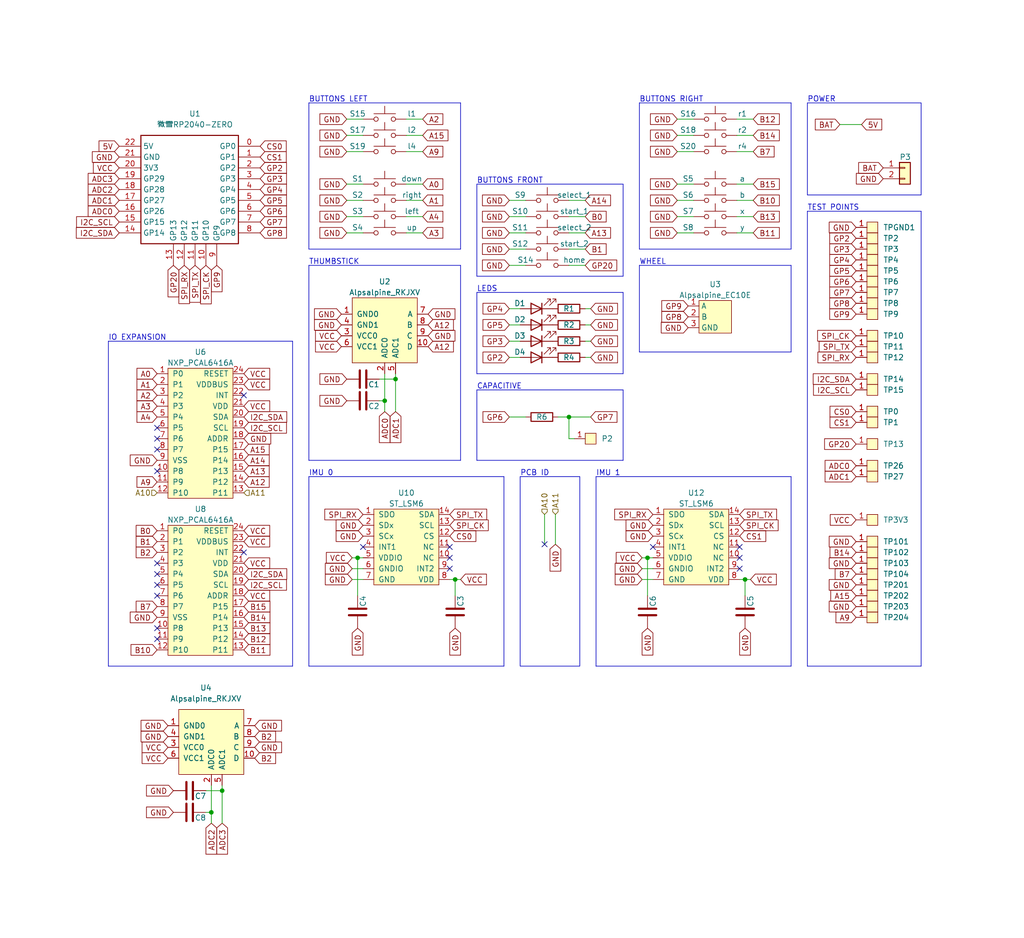
<source format=kicad_sch>
(kicad_sch (version 20231120) (generator "eeschema") (generator_version "8.0")
  (paper "User" 240.005 220.015)
  (title_block (title "Alpakka") (company "Input Labs Oy."))
  (lib_symbols
    (symbol "Connector_Generic:Conn_01x02" (pin_names (offset 1.016) hide)
      (property "Reference" "J" (at 0 2.54 0))
      (property "Value" "Conn_01x02" (at 0 -5.08 0))
      (symbol "Conn_01x02_1_1"
        (pin passive line (at -5.08 0 0) (length 3.81) (name "Pin_1") (number "1"))
        (pin passive line (at -5.08 -2.54 0) (length 3.81) (name "Pin_2") (number "2"))
      )
    )
    (symbol "Device:C" (pin_numbers hide) (pin_names (offset 0.254))
      (property "Reference" "C" (at 0.635 2.54 0))
      (property "Value" "C" (at 0.635 -2.54 0))
      (symbol "C_1_1"
        (pin passive line (at 0 3.81 270) (length 2.794) (name "~") (number "1"))
        (pin passive line (at 0 -3.81 90) (length 2.794) (name "~") (number "2"))
      )
    )
    (symbol "Device:LED" (pin_numbers hide) (pin_names (offset 1.016) hide)
      (property "Reference" "D" (at 0 2.54 0))
      (property "Value" "LED" (at 0 -2.54 0))
      (symbol "LED_1_1"
        (pin passive line (at -3.81 0 0) (length 2.54) (name "K") (number "1"))
        (pin passive line (at 3.81 0 180) (length 2.54) (name "A") (number "2"))
      )
    )
    (symbol "Device:R" (pin_numbers hide) (pin_names (offset 0))
      (property "Reference" "R" (at 2.032 0 90))
      (property "Value" "R" (at 0 0 90))
      (symbol "R_1_1"
        (pin passive line (at 0 3.81 270) (length 1.27) (name "~") (number "1"))
        (pin passive line (at 0 -3.81 90) (length 1.27) (name "~") (number "2"))
      )
    )
    (symbol "ILO_sym:Alpsalpine_EC10E"
      (property "Reference" "U" (at 0 7.62 0))
      (property "Value" "Alpsalpine_EC10E" (at 0 5.08 0))
      (symbol "Alpsalpine_EC10E_1_1"
        (pin input line (at -6.35 2.54 0) (length 2.54) (name "A") (number "1"))
        (pin input line (at -6.35 0 0) (length 2.54) (name "B") (number "2"))
        (pin input line (at -6.35 -2.54 0) (length 2.54) (name "GND") (number "3"))
      )
    )
    (symbol "ILO_sym:Alpsalpine_RKJXV" (pin_names (offset 1.016))
      (property "Reference" "U" (at 0 11.43 0))
      (property "Value" "Alpsalpine_RKJXV" (at 0 8.89 0))
      (symbol "Alpsalpine_RKJXV_1_1"
        (pin input line (at -10.16 3.81 0) (length 2.54) (name "GND0") (number "1"))
        (pin input line (at 10.16 -3.81 180) (length 2.54) (name "D") (number "10"))
        (pin output line (at 0 -10.16 90) (length 2.54) (name "ADC0") (number "2"))
        (pin input line (at -10.16 -1.27 0) (length 2.54) (name "VCC0") (number "3"))
        (pin input line (at -10.16 1.27 0) (length 2.54) (name "GND1") (number "4"))
        (pin output line (at 2.54 -10.16 90) (length 2.54) (name "ADC1") (number "5"))
        (pin input line (at -10.16 -3.81 0) (length 2.54) (name "VCC1") (number "6"))
        (pin input line (at 10.16 3.81 180) (length 2.54) (name "A") (number "7"))
        (pin input line (at 10.16 1.27 180) (length 2.54) (name "B") (number "8"))
        (pin input line (at 10.16 -1.27 180) (length 2.54) (name "C") (number "9"))
      )
    )
    (symbol "ILO_sym:Endpoint" (pin_names (offset 1.016))
      (property "Reference" "U" (at 0 3.81 0))
      (property "Value" "Endpoint" (at 0 2.54 0))
      (symbol "Endpoint_1_1"
        (pin input line (at -3.81 0 0) (length 2.54) (name "~") (number "1"))
      )
    )
    (symbol "ILO_sym:NXP_PCAL6416A" (pin_names (offset 1.016))
      (property "Reference" "U" (at 0 11.43 0))
      (property "Value" "NXP_PCAL6416A" (at 0 13.97 0))
      (symbol "NXP_PCAL6416A_1_1"
        (pin input line (at -10.16 8.89 0) (length 2.54) (name "P0") (number "1"))
        (pin input line (at -10.16 -13.97 0) (length 2.54) (name "P8") (number "10"))
        (pin input line (at -10.16 -16.51 0) (length 2.54) (name "P9") (number "11"))
        (pin input line (at -10.16 -19.05 0) (length 2.54) (name "P10") (number "12"))
        (pin input line (at 10.16 -19.05 180) (length 2.54) (name "P11") (number "13"))
        (pin input line (at 10.16 -16.51 180) (length 2.54) (name "P12") (number "14"))
        (pin input line (at 10.16 -13.97 180) (length 2.54) (name "P13") (number "15"))
        (pin input line (at 10.16 -11.43 180) (length 2.54) (name "P14") (number "16"))
        (pin input line (at 10.16 -8.89 180) (length 2.54) (name "P15") (number "17"))
        (pin input line (at 10.16 -6.35 180) (length 2.54) (name "ADDR") (number "18"))
        (pin input line (at 10.16 -3.81 180) (length 2.54) (name "SCL") (number "19"))
        (pin input line (at -10.16 6.35 0) (length 2.54) (name "P1") (number "2"))
        (pin input line (at 10.16 -1.27 180) (length 2.54) (name "SDA") (number "20"))
        (pin input line (at 10.16 1.27 180) (length 2.54) (name "VDD") (number "21"))
        (pin input line (at 10.16 3.81 180) (length 2.54) (name "INT") (number "22"))
        (pin input line (at 10.16 6.35 180) (length 2.54) (name "VDDBUS") (number "23"))
        (pin input line (at 10.16 8.89 180) (length 2.54) (name "RESET") (number "24"))
        (pin input line (at -10.16 3.81 0) (length 2.54) (name "P2") (number "3"))
        (pin input line (at -10.16 1.27 0) (length 2.54) (name "P3") (number "4"))
        (pin input line (at -10.16 -1.27 0) (length 2.54) (name "P4") (number "5"))
        (pin input line (at -10.16 -3.81 0) (length 2.54) (name "P5") (number "6"))
        (pin input line (at -10.16 -6.35 0) (length 2.54) (name "P6") (number "7"))
        (pin input line (at -10.16 -8.89 0) (length 2.54) (name "P7") (number "8"))
        (pin input line (at -10.16 -11.43 0) (length 2.54) (name "VSS") (number "9"))
      )
    )
    (symbol "ILO_sym:ST_LSM6" (pin_names (offset 1.016))
      (property "Reference" "U" (at 0 10.16 0))
      (property "Value" "ST_LSM6" (at 0 7.62 0))
      (symbol "ST_LSM6_1_1"
        (pin bidirectional line (at -10.16 3.81 0) (length 2.54) (name "SDO") (number "1"))
        (pin bidirectional line (at 10.16 -6.35 180) (length 2.54) (name "NC") (number "10"))
        (pin bidirectional line (at 10.16 -3.81 180) (length 2.54) (name "NC") (number "11"))
        (pin bidirectional line (at 10.16 -1.27 180) (length 2.54) (name "CS") (number "12"))
        (pin bidirectional line (at 10.16 1.27 180) (length 2.54) (name "SCL") (number "13"))
        (pin bidirectional line (at 10.16 3.81 180) (length 2.54) (name "SDA") (number "14"))
        (pin bidirectional line (at -10.16 1.27 0) (length 2.54) (name "SDx") (number "2"))
        (pin bidirectional line (at -10.16 -1.27 0) (length 2.54) (name "SCx") (number "3"))
        (pin bidirectional line (at -10.16 -3.81 0) (length 2.54) (name "INT1") (number "4"))
        (pin bidirectional line (at -10.16 -6.35 0) (length 2.54) (name "VDDIO") (number "5"))
        (pin bidirectional line (at -10.16 -8.89 0) (length 2.54) (name "GNDIO") (number "6"))
        (pin bidirectional line (at -10.16 -11.43 0) (length 2.54) (name "GND") (number "7"))
        (pin bidirectional line (at 10.16 -11.43 180) (length 2.54) (name "VDD") (number "8"))
        (pin bidirectional line (at 10.16 -8.89 180) (length 2.54) (name "INT2") (number "9"))
      )
    )
    (symbol "ILO_sym:微雪RP2040-ZERO"
      (property "Reference" "U?" (at 0 0 0))
      (property "Value" "微雪RP2040-ZERO" (at 0 0 0))
      (symbol "微雪RP2040-ZERO_0_0"
        (pin unspecified line (at -20.32 -7.62 0) (length 5.08) (name "3V3") (number "20"))
        (pin unspecified line (at -20.32 -5.08 0) (length 5.08) (name "GND") (number "21"))
        (pin unspecified line (at -20.32 -2.54 0) (length 5.08) (name "5V") (number "22"))
      )
      (symbol "微雪RP2040-ZERO_1_0"
        (pin unspecified line (at 12.7 -2.54 180) (length 5.08) (name "GP0") (number "0"))
        (pin unspecified line (at 12.7 -5.08 180) (length 5.08) (name "GP1") (number "1"))
        (pin unspecified line (at 0 -30.48 90) (length 5.08) (name "GP10") (number "10"))
        (pin unspecified line (at -2.54 -30.48 90) (length 5.08) (name "GP11") (number "11"))
        (pin unspecified line (at -5.08 -30.48 90) (length 5.08) (name "GP12") (number "12"))
        (pin unspecified line (at -7.62 -30.48 90) (length 5.08) (name "GP13") (number "13"))
        (pin unspecified line (at -20.32 -22.86 0) (length 5.08) (name "GP14") (number "14"))
        (pin unspecified line (at -20.32 -20.32 0) (length 5.08) (name "GP15") (number "15"))
        (pin unspecified line (at -20.32 -17.78 0) (length 5.08) (name "GP26") (number "16"))
        (pin unspecified line (at -20.32 -15.24 0) (length 5.08) (name "GP27") (number "17"))
        (pin unspecified line (at -20.32 -12.7 0) (length 5.08) (name "GP28") (number "18"))
        (pin unspecified line (at -20.32 -10.16 0) (length 5.08) (name "GP29") (number "19"))
        (pin unspecified line (at 12.7 -7.62 180) (length 5.08) (name "GP2") (number "2"))
        (pin unspecified line (at 12.7 -10.16 180) (length 5.08) (name "GP3") (number "3"))
        (pin unspecified line (at 12.7 -12.7 180) (length 5.08) (name "GP4") (number "4"))
        (pin unspecified line (at 12.7 -15.24 180) (length 5.08) (name "GP5") (number "5"))
        (pin unspecified line (at 12.7 -17.78 180) (length 5.08) (name "GP6") (number "6"))
        (pin unspecified line (at 12.7 -20.32 180) (length 5.08) (name "GP7") (number "7"))
        (pin unspecified line (at 12.7 -22.86 180) (length 5.08) (name "GP8") (number "8"))
        (pin unspecified line (at 2.54 -30.48 90) (length 5.08) (name "GP9") (number "9"))
      )
    )
    (symbol "Switch:SW_Push" (pin_numbers hide) (pin_names (offset 1.016) hide)
      (property "Reference" "SW" (at 1.27 2.54 0))
      (property "Value" "SW_Push" (at 0 -1.524 0))
      (symbol "SW_Push_0_1"
        (pin passive line (at -5.08 0 0) (length 2.54) (name "1") (number "1"))
        (pin passive line (at 5.08 0 180) (length 2.54) (name "2") (number "2"))
      )
    )
  )
  (junction (at 90.17 93.98))
  (junction (at 49.53 190.5))
  (junction (at 106.68 135.89))
  (junction (at 174.625 135.89))
  (junction (at 83.82 130.81))
  (junction (at 92.71 88.9))
  (junction (at 133.35 97.79))
  (junction (at 151.765 130.81))
  (junction (at 52.07 185.42))
  (no_connect (at 36.83 137.16))
  (no_connect (at 36.83 132.08))
  (no_connect (at 36.83 134.62))
  (no_connect (at 36.83 147.32))
  (no_connect (at 36.83 139.7))
  (no_connect (at 36.83 110.49))
  (no_connect (at 85.09 128.27))
  (no_connect (at 153.035 128.27))
  (no_connect (at 127.635 127.635))
  (no_connect (at 57.15 129.54))
  (no_connect (at 173.355 133.35))
  (no_connect (at 173.355 128.27))
  (no_connect (at 36.83 102.87))
  (no_connect (at 105.41 133.35))
  (no_connect (at 36.83 100.33))
  (no_connect (at 105.41 130.81))
  (no_connect (at 57.15 92.71))
  (no_connect (at 36.83 149.86))
  (no_connect (at 36.83 105.41))
  (no_connect (at 173.355 130.81))
  (no_connect (at 105.41 128.27))
  (wire (pts (xy 172.72 27.94) (xy 176.53 27.94)))
  (wire (pts (xy 82.55 133.35) (xy 85.09 133.35)))
  (polyline (pts (xy 111.76 68.58) (xy 146.05 68.58)))
  (polyline (pts (xy 72.39 111.76) (xy 118.11 111.76)))
  (polyline (pts (xy 111.76 87.63) (xy 146.05 87.63)))
  (wire (pts (xy 153.035 130.81) (xy 151.765 130.81)))
  (wire (pts (xy 158.75 50.8) (xy 162.56 50.8)))
  (wire (pts (xy 81.28 31.75) (xy 85.09 31.75)))
  (wire (pts (xy 83.82 130.81) (xy 82.55 130.81)))
  (wire (pts (xy 138.43 76.2) (xy 137.16 76.2)))
  (wire (pts (xy 81.28 46.99) (xy 85.09 46.99)))
  (wire (pts (xy 133.35 62.23) (xy 137.16 62.23)))
  (polyline (pts (xy 189.23 156.21) (xy 215.9 156.21)))
  (wire (pts (xy 48.26 185.42) (xy 52.07 185.42)))
  (wire (pts (xy 119.38 58.42) (xy 123.19 58.42)))
  (wire (pts (xy 52.07 185.42) (xy 52.07 193.04)))
  (wire (pts (xy 81.28 27.94) (xy 85.09 27.94)))
  (polyline (pts (xy 107.95 62.23) (xy 107.95 107.95)))
  (polyline (pts (xy 146.05 64.77) (xy 111.76 64.77)))
  (polyline (pts (xy 185.42 62.23) (xy 149.86 62.23)))
  (wire (pts (xy 172.72 46.99) (xy 176.53 46.99)))
  (wire (pts (xy 92.71 88.9) (xy 92.71 96.52)))
  (wire (pts (xy 95.25 35.56) (xy 99.06 35.56)))
  (polyline (pts (xy 118.11 111.76) (xy 118.11 156.21)))
  (wire (pts (xy 172.72 43.18) (xy 176.53 43.18)))
  (polyline (pts (xy 68.58 156.21) (xy 25.4 156.21)))
  (polyline (pts (xy 25.4 80.01) (xy 25.4 156.21)))
  (polyline (pts (xy 118.11 156.21) (xy 72.39 156.21)))
  (polyline (pts (xy 72.39 62.23) (xy 72.39 107.95)))
  (wire (pts (xy 52.07 184.15) (xy 52.07 185.42)))
  (wire (pts (xy 133.35 58.42) (xy 137.16 58.42)))
  (wire (pts (xy 88.9 88.9) (xy 92.71 88.9)))
  (wire (pts (xy 95.25 46.99) (xy 99.06 46.99)))
  (wire (pts (xy 90.17 87.63) (xy 90.17 93.98)))
  (wire (pts (xy 138.43 72.39) (xy 137.16 72.39)))
  (polyline (pts (xy 189.23 49.53) (xy 215.9 49.53)))
  (wire (pts (xy 130.81 97.79) (xy 133.35 97.79)))
  (wire (pts (xy 133.35 102.87) (xy 134.62 102.87)))
  (wire (pts (xy 127.635 120.65) (xy 127.635 127.635)))
  (polyline (pts (xy 107.95 58.42) (xy 107.95 24.13)))
  (wire (pts (xy 150.495 133.35) (xy 153.035 133.35)))
  (wire (pts (xy 85.09 130.81) (xy 83.82 130.81)))
  (wire (pts (xy 133.35 97.79) (xy 133.35 102.87)))
  (wire (pts (xy 174.625 135.89) (xy 174.625 139.7)))
  (wire (pts (xy 172.72 35.56) (xy 176.53 35.56)))
  (wire (pts (xy 105.41 135.89) (xy 106.68 135.89)))
  (wire (pts (xy 133.35 46.99) (xy 137.16 46.99)))
  (wire (pts (xy 174.625 135.89) (xy 175.895 135.89)))
  (polyline (pts (xy 111.76 107.95) (xy 146.05 107.95)))
  (wire (pts (xy 133.35 50.8) (xy 137.16 50.8)))
  (wire (pts (xy 158.75 31.75) (xy 162.56 31.75)))
  (polyline (pts (xy 185.42 82.55) (xy 185.42 62.23)))
  (wire (pts (xy 150.495 135.89) (xy 153.035 135.89)))
  (polyline (pts (xy 107.95 24.13) (xy 72.39 24.13)))
  (wire (pts (xy 158.75 35.56) (xy 162.56 35.56)))
  (wire (pts (xy 95.25 43.18) (xy 99.06 43.18)))
  (wire (pts (xy 49.53 190.5) (xy 48.26 190.5)))
  (wire (pts (xy 172.72 50.8) (xy 176.53 50.8)))
  (polyline (pts (xy 146.05 91.44) (xy 111.76 91.44)))
  (wire (pts (xy 95.25 54.61) (xy 99.06 54.61)))
  (wire (pts (xy 90.17 93.98) (xy 90.17 96.52)))
  (wire (pts (xy 119.38 80.01) (xy 121.92 80.01)))
  (wire (pts (xy 119.38 97.79) (xy 123.19 97.79)))
  (polyline (pts (xy 185.42 156.21) (xy 139.7 156.21)))
  (wire (pts (xy 119.38 62.23) (xy 123.19 62.23)))
  (wire (pts (xy 119.38 72.39) (xy 121.92 72.39)))
  (wire (pts (xy 133.35 54.61) (xy 137.16 54.61)))
  (polyline (pts (xy 25.4 80.01) (xy 68.58 80.01)))
  (wire (pts (xy 81.28 43.18) (xy 85.09 43.18)))
  (wire (pts (xy 49.53 190.5) (xy 49.53 193.04)))
  (wire (pts (xy 196.85 29.21) (xy 201.93 29.21)))
  (wire (pts (xy 81.28 54.61) (xy 85.09 54.61)))
  (wire (pts (xy 82.55 135.89) (xy 85.09 135.89)))
  (wire (pts (xy 119.38 46.99) (xy 123.19 46.99)))
  (polyline (pts (xy 185.42 24.13) (xy 149.86 24.13)))
  (polyline (pts (xy 139.7 111.76) (xy 139.7 156.21)))
  (polyline (pts (xy 149.86 24.13) (xy 149.86 58.42)))
  (wire (pts (xy 95.25 27.94) (xy 99.06 27.94)))
  (wire (pts (xy 106.68 135.89) (xy 107.95 135.89)))
  (polyline (pts (xy 149.86 82.55) (xy 185.42 82.55)))
  (wire (pts (xy 106.68 135.89) (xy 106.68 139.7)))
  (wire (pts (xy 49.53 184.15) (xy 49.53 190.5)))
  (wire (pts (xy 173.355 135.89) (xy 174.625 135.89)))
  (wire (pts (xy 158.75 46.99) (xy 162.56 46.99)))
  (wire (pts (xy 119.38 54.61) (xy 123.19 54.61)))
  (polyline (pts (xy 72.39 58.42) (xy 107.95 58.42)))
  (polyline (pts (xy 185.42 58.42) (xy 185.42 24.13)))
  (wire (pts (xy 119.38 50.8) (xy 123.19 50.8)))
  (wire (pts (xy 95.25 50.8) (xy 99.06 50.8)))
  (polyline (pts (xy 72.39 111.76) (xy 72.39 156.21)))
  (polyline (pts (xy 111.76 68.58) (xy 111.76 87.63)))
  (wire (pts (xy 81.28 50.8) (xy 85.09 50.8)))
  (wire (pts (xy 151.765 130.81) (xy 150.495 130.81)))
  (wire (pts (xy 158.75 54.61) (xy 162.56 54.61)))
  (wire (pts (xy 138.43 80.01) (xy 137.16 80.01)))
  (wire (pts (xy 81.28 35.56) (xy 85.09 35.56)))
  (polyline (pts (xy 111.76 91.44) (xy 111.76 107.95)))
  (polyline (pts (xy 146.05 107.95) (xy 146.05 91.44)))
  (wire (pts (xy 172.72 54.61) (xy 176.53 54.61)))
  (polyline (pts (xy 146.05 43.18) (xy 146.05 64.77)))
  (wire (pts (xy 158.75 27.94) (xy 162.56 27.94)))
  (polyline (pts (xy 149.86 62.23) (xy 149.86 82.55)))
  (wire (pts (xy 133.35 97.79) (xy 138.43 97.79)))
  (polyline (pts (xy 111.76 43.18) (xy 146.05 43.18)))
  (polyline (pts (xy 111.76 43.18) (xy 111.76 64.77)))
  (polyline (pts (xy 215.9 156.21) (xy 215.9 49.53)))
  (polyline (pts (xy 146.05 87.63) (xy 146.05 68.58)))
  (polyline (pts (xy 72.39 62.23) (xy 107.95 62.23)))
  (wire (pts (xy 130.175 120.65) (xy 130.175 127.635)))
  (wire (pts (xy 158.75 43.18) (xy 162.56 43.18)))
  (wire (pts (xy 119.38 76.2) (xy 121.92 76.2)))
  (wire (pts (xy 172.72 31.75) (xy 176.53 31.75)))
  (wire (pts (xy 95.25 31.75) (xy 99.06 31.75)))
  (polyline (pts (xy 68.58 80.01) (xy 68.58 156.21)))
  (polyline (pts (xy 72.39 24.13) (xy 72.39 58.42)))
  (wire (pts (xy 119.38 83.82) (xy 121.92 83.82)))
  (wire (pts (xy 151.765 139.7) (xy 151.765 130.81)))
  (polyline (pts (xy 189.23 49.53) (xy 189.23 156.21)))
  (polyline (pts (xy 185.42 111.76) (xy 185.42 156.21)))
  (wire (pts (xy 138.43 83.82) (xy 137.16 83.82)))
  (wire (pts (xy 92.71 87.63) (xy 92.71 88.9)))
  (wire (pts (xy 90.17 93.98) (xy 88.9 93.98)))
  (polyline (pts (xy 107.95 107.95) (xy 72.39 107.95)))
  (polyline (pts (xy 139.7 111.76) (xy 185.42 111.76)))
  (wire (pts (xy 83.82 139.7) (xy 83.82 130.81)))
  (polyline (pts (xy 149.86 58.42) (xy 185.42 58.42)))
  (rectangle (start 189.23 24.13) (end 215.9 45.72))
  (rectangle (start 121.92 111.76) (end 135.89 156.21))
  (text "WHEEL\n" (at 149.86 62.23 0) (effects (font (size 1.27 1.27)) (justify left bottom)))
  (text "THUMBSTICK" (at 72.39 62.23 0) (effects (font (size 1.27 1.27)) (justify left bottom)))
  (text "IMU 0" (at 72.39 111.76 0) (effects (font (size 1.27 1.27)) (justify left bottom)))
  (text "PCB ID" (at 121.92 111.76 0) (effects (font (size 1.27 1.27)) (justify left bottom)))
  (text "IMU 1" (at 139.7 111.76 0) (effects (font (size 1.27 1.27)) (justify left bottom)))
  (text "BUTTONS FRONT" (at 111.76 43.18 0) (effects (font (size 1.27 1.27)) (justify left bottom)))
  (text "TEST POINTS" (at 189.23 49.53 0) (effects (font (size 1.27 1.27)) (justify left bottom)))
  (text "CAPACITIVE" (at 111.76 91.44 0) (effects (font (size 1.27 1.27)) (justify left bottom)))
  (text "IO EXPANSION" (at 25.4 80.01 0) (effects (font (size 1.27 1.27)) (justify left bottom)))
  (text "LEDS" (at 111.76 68.58 0) (effects (font (size 1.27 1.27)) (justify left bottom)))
  (text "BUTTONS LEFT" (at 72.39 24.13 0) (effects (font (size 1.27 1.27)) (justify left bottom)))
  (text "BUTTONS RIGHT" (at 149.86 24.13 0) (effects (font (size 1.27 1.27)) (justify left bottom)))
  (text "POWER" (at 189.23 24.13 0) (effects (font (size 1.27 1.27)) (justify left bottom)))
  (global_label "GND" (shape input) (at 27.94 36.83 180) (property "Intersheetrefs" "${INTERSHEET_REFS}" (effects (hide yes))))
  (global_label "B0" (shape input) (at 137.16 50.8 0) (property "Intersheetrefs" "${INTERSHEET_REFS}" (effects (hide yes))))
  (global_label "B2" (shape input) (at 59.69 177.8 0) (property "Intersheetrefs" "${INTERSHEET_REFS}" (effects (hide yes))))
  (global_label "I2C_SCL" (shape input) (at 57.15 100.33 0) (property "Intersheetrefs" "${INTERSHEET_REFS}" (effects (hide yes))))
  (global_label "VCC" (shape input) (at 82.55 130.81 180) (property "Intersheetrefs" "${INTERSHEET_REFS}" (effects (hide yes))))
  (global_label "B12" (shape input) (at 176.53 27.94 0) (property "Intersheetrefs" "${INTERSHEET_REFS}" (effects (hide yes))))
  (global_label "GND" (shape input) (at 200.66 127 180) (property "Intersheetrefs" "${INTERSHEET_REFS}" (effects (hide yes))))
  (global_label "GND" (shape input) (at 82.55 135.89 180) (property "Intersheetrefs" "${INTERSHEET_REFS}" (effects (hide yes))))
  (global_label "GND" (shape input) (at 39.37 172.72 180) (property "Intersheetrefs" "${INTERSHEET_REFS}" (effects (hide yes))))
  (global_label "GND" (shape input) (at 80.01 76.2 180) (property "Intersheetrefs" "${INTERSHEET_REFS}" (effects (hide yes))))
  (global_label "GND" (shape input) (at 100.33 73.66 0) (property "Intersheetrefs" "${INTERSHEET_REFS}" (effects (hide yes))))
  (global_label "B14" (shape input) (at 200.66 129.54 180) (property "Intersheetrefs" "${INTERSHEET_REFS}" (effects (hide yes))))
  (global_label "GND" (shape input) (at 200.66 53.34 180) (property "Intersheetrefs" "${INTERSHEET_REFS}" (effects (hide yes))))
  (global_label "SPI_RX" (shape input) (at 200.66 83.82 180) (property "Intersheetrefs" "${INTERSHEET_REFS}" (effects (hide yes))))
  (global_label "GND" (shape input) (at 200.66 142.24 180) (property "Intersheetrefs" "${INTERSHEET_REFS}" (effects (hide yes))))
  (global_label "BAT" (shape input) (at 207.01 39.37 180) (property "Intersheetrefs" "${INTERSHEET_REFS}" (effects (hide yes))))
  (global_label "A15" (shape input) (at 57.15 105.41 0) (property "Intersheetrefs" "${INTERSHEET_REFS}" (effects (hide yes))))
  (global_label "A14" (shape input) (at 57.15 107.95 0) (property "Intersheetrefs" "${INTERSHEET_REFS}" (effects (hide yes))))
  (global_label "ADC0" (shape input) (at 200.66 109.22 180) (property "Intersheetrefs" "${INTERSHEET_REFS}" (effects (hide yes))))
  (global_label "GND" (shape input) (at 158.75 27.94 180) (property "Intersheetrefs" "${INTERSHEET_REFS}" (effects (hide yes))))
  (global_label "GP6" (shape input) (at 200.66 66.04 180) (property "Intersheetrefs" "${INTERSHEET_REFS}" (effects (hide yes))))
  (global_label "VCC" (shape input) (at 175.895 135.89 0) (property "Intersheetrefs" "${INTERSHEET_REFS}" (effects (hide yes))))
  (global_label "I2C_SDA" (shape input) (at 57.15 134.62 0) (property "Intersheetrefs" "${INTERSHEET_REFS}" (effects (hide yes))))
  (global_label "GND" (shape input) (at 138.43 72.39 0) (property "Intersheetrefs" "${INTERSHEET_REFS}" (effects (hide yes))))
  (global_label "A4" (shape input) (at 99.06 50.8 0) (property "Intersheetrefs" "${INTERSHEET_REFS}" (effects (hide yes))))
  (global_label "SPI_RX" (shape input) (at 153.035 120.65 180) (property "Intersheetrefs" "${INTERSHEET_REFS}" (effects (hide yes))))
  (global_label "A4" (shape input) (at 36.83 97.79 180) (property "Intersheetrefs" "${INTERSHEET_REFS}" (effects (hide yes))))
  (global_label "VCC" (shape input) (at 57.15 132.08 0) (property "Intersheetrefs" "${INTERSHEET_REFS}" (effects (hide yes))))
  (global_label "GND" (shape input) (at 119.38 46.99 180) (property "Intersheetrefs" "${INTERSHEET_REFS}" (effects (hide yes))))
  (global_label "GND" (shape input) (at 119.38 62.23 180) (property "Intersheetrefs" "${INTERSHEET_REFS}" (effects (hide yes))))
  (global_label "SPI_CK" (shape input) (at 105.41 123.19 0) (property "Intersheetrefs" "${INTERSHEET_REFS}" (effects (hide yes))))
  (global_label "ADC2" (shape input) (at 27.94 44.45 180) (property "Intersheetrefs" "${INTERSHEET_REFS}" (effects (hide yes))))
  (global_label "GP8" (shape input) (at 200.66 71.12 180) (property "Intersheetrefs" "${INTERSHEET_REFS}" (effects (hide yes))))
  (global_label "GND" (shape input) (at 80.01 73.66 180) (property "Intersheetrefs" "${INTERSHEET_REFS}" (effects (hide yes))))
  (global_label "A9" (shape input) (at 200.66 144.78 180) (property "Intersheetrefs" "${INTERSHEET_REFS}" (effects (hide yes))))
  (global_label "5V" (shape input) (at 201.93 29.21 0) (property "Intersheetrefs" "${INTERSHEET_REFS}" (effects (hide yes))))
  (global_label "I2C_SDA" (shape input) (at 57.15 97.79 0) (property "Intersheetrefs" "${INTERSHEET_REFS}" (effects (hide yes))))
  (global_label "GND" (shape input) (at 150.495 135.89 180) (property "Intersheetrefs" "${INTERSHEET_REFS}" (effects (hide yes))))
  (global_label "GP3" (shape input) (at 200.66 58.42 180) (property "Intersheetrefs" "${INTERSHEET_REFS}" (effects (hide yes))))
  (global_label "GND" (shape input) (at 100.33 78.74 0) (property "Intersheetrefs" "${INTERSHEET_REFS}" (effects (hide yes))))
  (global_label "VCC" (shape input) (at 57.15 139.7 0) (property "Intersheetrefs" "${INTERSHEET_REFS}" (effects (hide yes))))
  (global_label "ADC3" (shape input) (at 52.07 193.04 270) (property "Intersheetrefs" "${INTERSHEET_REFS}" (effects (hide yes))))
  (global_label "B11" (shape input) (at 57.15 152.4 0) (property "Intersheetrefs" "${INTERSHEET_REFS}" (effects (hide yes))))
  (global_label "VCC" (shape input) (at 57.15 90.17 0) (property "Intersheetrefs" "${INTERSHEET_REFS}" (effects (hide yes))))
  (global_label "GND" (shape input) (at 81.28 31.75 180) (property "Intersheetrefs" "${INTERSHEET_REFS}" (effects (hide yes))))
  (global_label "GND" (shape input) (at 39.37 170.18 180) (property "Intersheetrefs" "${INTERSHEET_REFS}" (effects (hide yes))))
  (global_label "B1" (shape input) (at 137.16 58.42 0) (property "Intersheetrefs" "${INTERSHEET_REFS}" (effects (hide yes))))
  (global_label "GP2" (shape input) (at 119.38 83.82 180) (property "Intersheetrefs" "${INTERSHEET_REFS}" (effects (hide yes))))
  (global_label "SPI_RX" (shape input) (at 85.09 120.65 180) (property "Intersheetrefs" "${INTERSHEET_REFS}" (effects (hide yes))))
  (global_label "A9" (shape input) (at 36.83 113.03 180) (property "Intersheetrefs" "${INTERSHEET_REFS}" (effects (hide yes))))
  (global_label "A2" (shape input) (at 36.83 92.71 180) (property "Intersheetrefs" "${INTERSHEET_REFS}" (effects (hide yes))))
  (global_label "GND" (shape input) (at 119.38 50.8 180) (property "Intersheetrefs" "${INTERSHEET_REFS}" (effects (hide yes))))
  (global_label "GND" (shape input) (at 81.28 27.94 180) (property "Intersheetrefs" "${INTERSHEET_REFS}" (effects (hide yes))))
  (global_label "VCC" (shape input) (at 150.495 130.81 180) (property "Intersheetrefs" "${INTERSHEET_REFS}" (effects (hide yes))))
  (global_label "BAT" (shape input) (at 196.85 29.21 180) (property "Intersheetrefs" "${INTERSHEET_REFS}" (effects (hide yes))))
  (global_label "GND" (shape input) (at 138.43 83.82 0) (property "Intersheetrefs" "${INTERSHEET_REFS}" (effects (hide yes))))
  (global_label "A1" (shape input) (at 36.83 90.17 180) (property "Intersheetrefs" "${INTERSHEET_REFS}" (effects (hide yes))))
  (global_label "GP20" (shape input) (at 137.16 62.23 0) (property "Intersheetrefs" "${INTERSHEET_REFS}" (effects (hide yes))))
  (global_label "GP6" (shape input) (at 119.38 97.79 180) (property "Intersheetrefs" "${INTERSHEET_REFS}" (effects (hide yes))))
  (global_label "ADC1" (shape input) (at 27.94 46.99 180) (property "Intersheetrefs" "${INTERSHEET_REFS}" (effects (hide yes))))
  (global_label "GND" (shape input) (at 85.09 123.19 180) (property "Intersheetrefs" "${INTERSHEET_REFS}" (effects (hide yes))))
  (global_label "GND" (shape input) (at 158.75 35.56 180) (property "Intersheetrefs" "${INTERSHEET_REFS}" (effects (hide yes))))
  (global_label "GP8" (shape input) (at 161.29 74.295 180) (property "Intersheetrefs" "${INTERSHEET_REFS}" (effects (hide yes))))
  (global_label "GND" (shape input) (at 40.64 185.42 180) (property "Intersheetrefs" "${INTERSHEET_REFS}" (effects (hide yes))))
  (global_label "GP7" (shape input) (at 60.96 52.07 0) (property "Intersheetrefs" "${INTERSHEET_REFS}" (effects (hide yes))))
  (global_label "B2" (shape input) (at 36.83 129.54 180) (property "Intersheetrefs" "${INTERSHEET_REFS}" (effects (hide yes))))
  (global_label "GP4" (shape input) (at 119.38 72.39 180) (property "Intersheetrefs" "${INTERSHEET_REFS}" (effects (hide yes))))
  (global_label "B2" (shape input) (at 59.69 172.72 0) (property "Intersheetrefs" "${INTERSHEET_REFS}" (effects (hide yes))))
  (global_label "VCC" (shape input) (at 39.37 175.26 180) (property "Intersheetrefs" "${INTERSHEET_REFS}" (effects (hide yes))))
  (global_label "B11" (shape input) (at 176.53 54.61 0) (property "Intersheetrefs" "${INTERSHEET_REFS}" (effects (hide yes))))
  (global_label "GND" (shape input) (at 153.035 123.19 180) (property "Intersheetrefs" "${INTERSHEET_REFS}" (effects (hide yes))))
  (global_label "SPI_CK" (shape input) (at 173.355 123.19 0) (property "Intersheetrefs" "${INTERSHEET_REFS}" (effects (hide yes))))
  (global_label "GND" (shape input) (at 59.69 175.26 0) (property "Intersheetrefs" "${INTERSHEET_REFS}" (effects (hide yes))))
  (global_label "GP3" (shape input) (at 60.96 41.91 0) (property "Intersheetrefs" "${INTERSHEET_REFS}" (effects (hide yes))))
  (global_label "CS0" (shape input) (at 105.41 125.73 0) (property "Intersheetrefs" "${INTERSHEET_REFS}" (effects (hide yes))))
  (global_label "B15" (shape input) (at 57.15 142.24 0) (property "Intersheetrefs" "${INTERSHEET_REFS}" (effects (hide yes))))
  (global_label "GP5" (shape input) (at 60.96 46.99 0) (property "Intersheetrefs" "${INTERSHEET_REFS}" (effects (hide yes))))
  (global_label "GP7" (shape input) (at 138.43 97.79 0) (property "Intersheetrefs" "${INTERSHEET_REFS}" (effects (hide yes))))
  (global_label "VCC" (shape input) (at 57.15 127 0) (property "Intersheetrefs" "${INTERSHEET_REFS}" (effects (hide yes))))
  (global_label "GP9" (shape input) (at 200.66 73.66 180) (property "Intersheetrefs" "${INTERSHEET_REFS}" (effects (hide yes))))
  (global_label "A13" (shape input) (at 137.16 54.61 0) (property "Intersheetrefs" "${INTERSHEET_REFS}" (effects (hide yes))))
  (global_label "A0" (shape input) (at 99.06 43.18 0) (property "Intersheetrefs" "${INTERSHEET_REFS}" (effects (hide yes))))
  (global_label "GND" (shape input) (at 200.66 137.16 180) (property "Intersheetrefs" "${INTERSHEET_REFS}" (effects (hide yes))))
  (global_label "A3" (shape input) (at 36.83 95.25 180) (property "Intersheetrefs" "${INTERSHEET_REFS}" (effects (hide yes))))
  (global_label "GND" (shape input) (at 106.68 147.32 270) (property "Intersheetrefs" "${INTERSHEET_REFS}" (effects (hide yes))))
  (global_label "GND" (shape input) (at 81.28 43.18 180) (property "Intersheetrefs" "${INTERSHEET_REFS}" (effects (hide yes))))
  (global_label "GP3" (shape input) (at 119.38 80.01 180) (property "Intersheetrefs" "${INTERSHEET_REFS}" (effects (hide yes))))
  (global_label "GP8" (shape input) (at 60.96 54.61 0) (property "Intersheetrefs" "${INTERSHEET_REFS}" (effects (hide yes))))
  (global_label "GND" (shape input) (at 81.28 35.56 180) (property "Intersheetrefs" "${INTERSHEET_REFS}" (effects (hide yes))))
  (global_label "GND" (shape input) (at 57.15 102.87 0) (property "Intersheetrefs" "${INTERSHEET_REFS}" (effects (hide yes))))
  (global_label "CS0" (shape input) (at 200.66 96.52 180) (property "Intersheetrefs" "${INTERSHEET_REFS}" (effects (hide yes))))
  (global_label "GP2" (shape input) (at 60.96 39.37 0) (property "Intersheetrefs" "${INTERSHEET_REFS}" (effects (hide yes))))
  (global_label "GND" (shape input) (at 81.28 93.98 180) (property "Intersheetrefs" "${INTERSHEET_REFS}" (effects (hide yes))))
  (global_label "A2" (shape input) (at 99.06 27.94 0) (property "Intersheetrefs" "${INTERSHEET_REFS}" (effects (hide yes))))
  (global_label "ADC3" (shape input) (at 27.94 41.91 180) (property "Intersheetrefs" "${INTERSHEET_REFS}" (effects (hide yes))))
  (global_label "VCC" (shape input) (at 80.01 81.28 180) (property "Intersheetrefs" "${INTERSHEET_REFS}" (effects (hide yes))))
  (global_label "B0" (shape input) (at 36.83 124.46 180) (property "Intersheetrefs" "${INTERSHEET_REFS}" (effects (hide yes))))
  (global_label "SPI_RX" (shape input) (at 43.18 62.23 270) (property "Intersheetrefs" "${INTERSHEET_REFS}" (effects (hide yes))))
  (global_label "GP2" (shape input) (at 200.66 55.88 180) (property "Intersheetrefs" "${INTERSHEET_REFS}" (effects (hide yes))))
  (global_label "VCC" (shape input) (at 200.66 121.92 180) (property "Intersheetrefs" "${INTERSHEET_REFS}" (effects (hide yes))))
  (global_label "VCC" (shape input) (at 27.94 39.37 180) (property "Intersheetrefs" "${INTERSHEET_REFS}" (effects (hide yes))))
  (global_label "A14" (shape input) (at 137.16 46.99 0) (property "Intersheetrefs" "${INTERSHEET_REFS}" (effects (hide yes))))
  (global_label "CS1" (shape input) (at 60.96 36.83 0) (property "Intersheetrefs" "${INTERSHEET_REFS}" (effects (hide yes))))
  (global_label "GP4" (shape input) (at 60.96 44.45 0) (property "Intersheetrefs" "${INTERSHEET_REFS}" (effects (hide yes))))
  (global_label "ADC0" (shape input) (at 90.17 96.52 270) (property "Intersheetrefs" "${INTERSHEET_REFS}" (effects (hide yes))))
  (global_label "GND" (shape input) (at 83.82 147.32 270) (property "Intersheetrefs" "${INTERSHEET_REFS}" (effects (hide yes))))
  (global_label "A12" (shape input) (at 100.33 76.2 0) (property "Intersheetrefs" "${INTERSHEET_REFS}" (effects (hide yes))))
  (global_label "SPI_TX" (shape input) (at 105.41 120.65 0) (property "Intersheetrefs" "${INTERSHEET_REFS}" (effects (hide yes))))
  (global_label "GP6" (shape input) (at 60.96 49.53 0) (property "Intersheetrefs" "${INTERSHEET_REFS}" (effects (hide yes))))
  (global_label "GND" (shape input) (at 151.765 147.32 270) (property "Intersheetrefs" "${INTERSHEET_REFS}" (effects (hide yes))))
  (global_label "B10" (shape input) (at 176.53 46.99 0) (property "Intersheetrefs" "${INTERSHEET_REFS}" (effects (hide yes))))
  (global_label "VCC" (shape input) (at 39.37 177.8 180) (property "Intersheetrefs" "${INTERSHEET_REFS}" (effects (hide yes))))
  (global_label "I2C_SDA" (shape input) (at 27.94 54.61 180) (property "Intersheetrefs" "${INTERSHEET_REFS}" (effects (hide yes))))
  (global_label "A9" (shape input) (at 99.06 35.56 0) (property "Intersheetrefs" "${INTERSHEET_REFS}" (effects (hide yes))))
  (global_label "GND" (shape input) (at 158.75 46.99 180) (property "Intersheetrefs" "${INTERSHEET_REFS}" (effects (hide yes))))
  (global_label "I2C_SCL" (shape input) (at 57.15 137.16 0) (property "Intersheetrefs" "${INTERSHEET_REFS}" (effects (hide yes))))
  (global_label "GP4" (shape input) (at 200.66 60.96 180) (property "Intersheetrefs" "${INTERSHEET_REFS}" (effects (hide yes))))
  (global_label "SPI_TX" (shape input) (at 173.355 120.65 0) (property "Intersheetrefs" "${INTERSHEET_REFS}" (effects (hide yes))))
  (global_label "A3" (shape input) (at 99.06 54.61 0) (property "Intersheetrefs" "${INTERSHEET_REFS}" (effects (hide yes))))
  (global_label "GND" (shape input) (at 138.43 76.2 0) (property "Intersheetrefs" "${INTERSHEET_REFS}" (effects (hide yes))))
  (global_label "ADC0" (shape input) (at 27.94 49.53 180) (property "Intersheetrefs" "${INTERSHEET_REFS}" (effects (hide yes))))
  (global_label "GND" (shape input) (at 150.495 133.35 180) (property "Intersheetrefs" "${INTERSHEET_REFS}" (effects (hide yes))))
  (global_label "GND" (shape input) (at 158.75 50.8 180) (property "Intersheetrefs" "${INTERSHEET_REFS}" (effects (hide yes))))
  (global_label "GP5" (shape input) (at 200.66 63.5 180) (property "Intersheetrefs" "${INTERSHEET_REFS}" (effects (hide yes))))
  (global_label "GND" (shape input) (at 200.66 132.08 180) (property "Intersheetrefs" "${INTERSHEET_REFS}" (effects (hide yes))))
  (global_label "GND" (shape input) (at 40.64 190.5 180) (property "Intersheetrefs" "${INTERSHEET_REFS}" (effects (hide yes))))
  (global_label "B10" (shape input) (at 36.83 152.4 180) (property "Intersheetrefs" "${INTERSHEET_REFS}" (effects (hide yes))))
  (global_label "CS1" (shape input) (at 173.355 125.73 0) (property "Intersheetrefs" "${INTERSHEET_REFS}" (effects (hide yes))))
  (global_label "GND" (shape input) (at 158.75 31.75 180) (property "Intersheetrefs" "${INTERSHEET_REFS}" (effects (hide yes))))
  (global_label "ADC1" (shape input) (at 200.66 111.76 180) (property "Intersheetrefs" "${INTERSHEET_REFS}" (effects (hide yes))))
  (global_label "GND" (shape input) (at 82.55 133.35 180) (property "Intersheetrefs" "${INTERSHEET_REFS}" (effects (hide yes))))
  (global_label "GND" (shape input) (at 81.28 88.9 180) (property "Intersheetrefs" "${INTERSHEET_REFS}" (effects (hide yes))))
  (global_label "B7" (shape input) (at 176.53 35.56 0) (property "Intersheetrefs" "${INTERSHEET_REFS}" (effects (hide yes))))
  (global_label "GP7" (shape input) (at 200.66 68.58 180) (property "Intersheetrefs" "${INTERSHEET_REFS}" (effects (hide yes))))
  (global_label "GND" (shape input) (at 36.83 144.78 180) (property "Intersheetrefs" "${INTERSHEET_REFS}" (effects (hide yes))))
  (global_label "B14" (shape input) (at 57.15 144.78 0) (property "Intersheetrefs" "${INTERSHEET_REFS}" (effects (hide yes))))
  (global_label "B12" (shape input) (at 57.15 149.86 0) (property "Intersheetrefs" "${INTERSHEET_REFS}" (effects (hide yes))))
  (global_label "B13" (shape input) (at 176.53 50.8 0) (property "Intersheetrefs" "${INTERSHEET_REFS}" (effects (hide yes))))
  (global_label "I2C_SCL" (shape input) (at 27.94 52.07 180) (property "Intersheetrefs" "${INTERSHEET_REFS}" (effects (hide yes))))
  (global_label "GND" (shape input) (at 59.69 170.18 0) (property "Intersheetrefs" "${INTERSHEET_REFS}" (effects (hide yes))))
  (global_label "GND" (shape input) (at 81.28 50.8 180) (property "Intersheetrefs" "${INTERSHEET_REFS}" (effects (hide yes))))
  (global_label "GND" (shape input) (at 207.01 41.91 180) (property "Intersheetrefs" "${INTERSHEET_REFS}" (effects (hide yes))))
  (global_label "SPI_CK" (shape input) (at 200.66 78.74 180) (property "Intersheetrefs" "${INTERSHEET_REFS}" (effects (hide yes))))
  (global_label "CS0" (shape input) (at 60.96 34.29 0) (property "Intersheetrefs" "${INTERSHEET_REFS}" (effects (hide yes))))
  (global_label "A0" (shape input) (at 36.83 87.63 180) (property "Intersheetrefs" "${INTERSHEET_REFS}" (effects (hide yes))))
  (global_label "B1" (shape input) (at 36.83 127 180) (property "Intersheetrefs" "${INTERSHEET_REFS}" (effects (hide yes))))
  (global_label "ADC2" (shape input) (at 49.53 193.04 270) (property "Intersheetrefs" "${INTERSHEET_REFS}" (effects (hide yes))))
  (global_label "VCC" (shape input) (at 57.15 87.63 0) (property "Intersheetrefs" "${INTERSHEET_REFS}" (effects (hide yes))))
  (global_label "VCC" (shape input) (at 107.95 135.89 0) (property "Intersheetrefs" "${INTERSHEET_REFS}" (effects (hide yes))))
  (global_label "B15" (shape input) (at 176.53 43.18 0) (property "Intersheetrefs" "${INTERSHEET_REFS}" (effects (hide yes))))
  (global_label "SPI_TX" (shape input) (at 45.72 62.23 270) (property "Intersheetrefs" "${INTERSHEET_REFS}" (effects (hide yes))))
  (global_label "GP20" (shape input) (at 200.66 104.14 180) (property "Intersheetrefs" "${INTERSHEET_REFS}" (effects (hide yes))))
  (global_label "VCC" (shape input) (at 57.15 124.46 0) (property "Intersheetrefs" "${INTERSHEET_REFS}" (effects (hide yes))))
  (global_label "GND" (shape input) (at 138.43 80.01 0) (property "Intersheetrefs" "${INTERSHEET_REFS}" (effects (hide yes))))
  (global_label "GND" (shape input) (at 119.38 54.61 180) (property "Intersheetrefs" "${INTERSHEET_REFS}" (effects (hide yes))))
  (global_label "A12" (shape input) (at 57.15 113.03 0) (property "Intersheetrefs" "${INTERSHEET_REFS}" (effects (hide yes))))
  (global_label "GND" (shape input) (at 153.035 125.73 180) (property "Intersheetrefs" "${INTERSHEET_REFS}" (effects (hide yes))))
  (global_label "5V" (shape input) (at 27.94 34.29 180) (property "Intersheetrefs" "${INTERSHEET_REFS}" (effects (hide yes))))
  (global_label "GND" (shape input) (at 158.75 54.61 180) (property "Intersheetrefs" "${INTERSHEET_REFS}" (effects (hide yes))))
  (global_label "GND" (shape input) (at 81.28 54.61 180) (property "Intersheetrefs" "${INTERSHEET_REFS}" (effects (hide yes))))
  (global_label "I2C_SDA" (shape input) (at 200.66 88.9 180) (property "Intersheetrefs" "${INTERSHEET_REFS}" (effects (hide yes))))
  (global_label "GND" (shape input) (at 119.38 58.42 180) (property "Intersheetrefs" "${INTERSHEET_REFS}" (effects (hide yes))))
  (global_label "GND" (shape input) (at 85.09 125.73 180) (property "Intersheetrefs" "${INTERSHEET_REFS}" (effects (hide yes))))
  (global_label "GP9" (shape input) (at 161.29 71.755 180) (property "Intersheetrefs" "${INTERSHEET_REFS}" (effects (hide yes))))
  (global_label "A15" (shape input) (at 200.66 139.7 180) (property "Intersheetrefs" "${INTERSHEET_REFS}" (effects (hide yes))))
  (global_label "CS1" (shape input) (at 200.66 99.06 180) (property "Intersheetrefs" "${INTERSHEET_REFS}" (effects (hide yes))))
  (global_label "VCC" (shape input) (at 80.01 78.74 180) (property "Intersheetrefs" "${INTERSHEET_REFS}" (effects (hide yes))))
  (global_label "GP5" (shape input) (at 119.38 76.2 180) (property "Intersheetrefs" "${INTERSHEET_REFS}" (effects (hide yes))))
  (global_label "GND" (shape input) (at 158.75 43.18 180) (property "Intersheetrefs" "${INTERSHEET_REFS}" (effects (hide yes))))
  (global_label "GND" (shape input) (at 174.625 147.32 270) (property "Intersheetrefs" "${INTERSHEET_REFS}" (effects (hide yes))))
  (global_label "B14" (shape input) (at 176.53 31.75 0) (property "Intersheetrefs" "${INTERSHEET_REFS}" (effects (hide yes))))
  (global_label "SPI_CK" (shape input) (at 48.26 62.23 270) (property "Intersheetrefs" "${INTERSHEET_REFS}" (effects (hide yes))))
  (global_label "GP9" (shape input) (at 50.8 62.23 270) (property "Intersheetrefs" "${INTERSHEET_REFS}" (effects (hide yes))))
  (global_label "B7" (shape input) (at 200.66 134.62 180) (property "Intersheetrefs" "${INTERSHEET_REFS}" (effects (hide yes))))
  (global_label "SPI_TX" (shape input) (at 200.66 81.28 180) (property "Intersheetrefs" "${INTERSHEET_REFS}" (effects (hide yes))))
  (global_label "ADC1" (shape input) (at 92.71 96.52 270) (property "Intersheetrefs" "${INTERSHEET_REFS}" (effects (hide yes))))
  (global_label "GP20" (shape input) (at 40.64 62.23 270) (property "Intersheetrefs" "${INTERSHEET_REFS}" (effects (hide yes))))
  (global_label "B13" (shape input) (at 57.15 147.32 0) (property "Intersheetrefs" "${INTERSHEET_REFS}" (effects (hide yes))))
  (global_label "GND" (shape input) (at 81.28 46.99 180) (property "Intersheetrefs" "${INTERSHEET_REFS}" (effects (hide yes))))
  (global_label "A1" (shape input) (at 99.06 46.99 0) (property "Intersheetrefs" "${INTERSHEET_REFS}" (effects (hide yes))))
  (global_label "B7" (shape input) (at 36.83 142.24 180) (property "Intersheetrefs" "${INTERSHEET_REFS}" (effects (hide yes))))
  (global_label "VCC" (shape input) (at 57.15 95.25 0) (property "Intersheetrefs" "${INTERSHEET_REFS}" (effects (hide yes))))
  (global_label "I2C_SCL" (shape input) (at 200.66 91.44 180) (property "Intersheetrefs" "${INTERSHEET_REFS}" (effects (hide yes))))
  (global_label "GND" (shape input) (at 36.83 107.95 180) (property "Intersheetrefs" "${INTERSHEET_REFS}" (effects (hide yes))))
  (global_label "GND" (shape input) (at 130.175 127.635 270) (property "Intersheetrefs" "${INTERSHEET_REFS}" (effects (hide yes))))
  (global_label "GND" (shape input) (at 161.29 76.835 180) (property "Intersheetrefs" "${INTERSHEET_REFS}" (effects (hide yes))))
  (global_label "A13" (shape input) (at 57.15 110.49 0) (property "Intersheetrefs" "${INTERSHEET_REFS}" (effects (hide yes))))
  (global_label "A12" (shape input) (at 100.33 81.28 0) (property "Intersheetrefs" "${INTERSHEET_REFS}" (effects (hide yes))))
  (global_label "A15" (shape input) (at 99.06 31.75 0) (property "Intersheetrefs" "${INTERSHEET_REFS}" (effects (hide yes))))
  (hierarchical_label "A11" (shape input) (at 130.175 120.65 90))
  (hierarchical_label "A11" (shape input) (at 57.15 115.57 0))
  (hierarchical_label "A10" (shape input) (at 36.83 115.57 180))
  (hierarchical_label "A10" (shape input) (at 127.635 120.65 90))
  (symbol (lib_id "Switch:SW_Push") (at 90.17 27.94 0) (unit 1)
    (property "Reference" "S15" (at 83.82 26.67 0))
    (property "Value" "l1" (at 96.52 26.67 0))
    (property "Footprint" "ILO_fp:Alpsalpine_SKHHL" (effects (hide yes)))
    (property "Group" "Button forward" (effects (hide yes)))
    (property "LCSC" "C125031" (effects (hide yes)))
    (property "Mount" "TH" (effects (hide yes)))
  )
  (symbol (lib_id "Switch:SW_Push") (at 167.64 27.94 0) (unit 1)
    (property "Reference" "S16" (at 161.29 26.67 0))
    (property "Value" "r1" (at 173.99 26.67 0))
    (property "Footprint" "ILO_fp:Alpsalpine_SKHHL" (effects (hide yes)))
    (property "Group" "Button forward" (effects (hide yes)))
    (property "LCSC" "C125031" (effects (hide yes)))
    (property "Mount" "TH" (effects (hide yes)))
  )
  (symbol (lib_id "Device:R") (at 127 97.79 90) (unit 1)
    (property "Reference" "R6" (at 127 97.79 90))
    (property "Value" "R6" (effects (hide yes)))
    (property "Footprint" "ILO_fp:0402" (effects (hide yes)))
    (property "LCSC" "C11616" (effects (hide yes)))
    (property "Group" "R_500K" (effects (hide yes)))
    (property "Mount" "SMD" (effects (hide yes)))
    (property "Export" "yes" (effects (hide yes)))
  )
  (symbol (lib_id "Switch:SW_Push") (at 90.17 43.18 0) (unit 1)
    (property "Reference" "S1" (at 83.82 41.91 0))
    (property "Value" "down" (at 96.52 41.91 0))
    (property "Footprint" "ILO_fp:Alpsalpine_SKPM" (effects (hide yes)))
    (property "LCSC" "C115348" (effects (hide yes)))
    (property "Group" "Button front" (effects (hide yes)))
    (property "Mount" "SMD" (effects (hide yes)))
    (property "Export" "yes" (effects (hide yes)))
  )
  (symbol (lib_id "Switch:SW_Push") (at 90.17 46.99 0) (unit 1)
    (property "Reference" "S2" (at 83.82 45.72 0))
    (property "Value" "right" (at 96.52 45.72 0))
    (property "Footprint" "ILO_fp:Alpsalpine_SKPM" (effects (hide yes)))
    (property "LCSC" "C115348" (effects (hide yes)))
    (property "Group" "Button front" (effects (hide yes)))
    (property "Mount" "SMD" (effects (hide yes)))
    (property "Export" "yes" (effects (hide yes)))
  )
  (symbol (lib_id "Switch:SW_Push") (at 90.17 50.8 0) (unit 1)
    (property "Reference" "S3" (at 83.82 49.53 0))
    (property "Value" "left" (at 96.52 49.53 0))
    (property "Footprint" "ILO_fp:Alpsalpine_SKPM" (effects (hide yes)))
    (property "LCSC" "C115348" (effects (hide yes)))
    (property "Group" "Button front" (effects (hide yes)))
    (property "Mount" "SMD" (effects (hide yes)))
    (property "Export" "yes" (effects (hide yes)))
  )
  (symbol (lib_id "Switch:SW_Push") (at 90.17 54.61 0) (unit 1)
    (property "Reference" "S4" (at 83.82 53.34 0))
    (property "Value" "up" (at 96.52 53.34 0))
    (property "Footprint" "ILO_fp:Alpsalpine_SKPM" (effects (hide yes)))
    (property "LCSC" "C115348" (effects (hide yes)))
    (property "Group" "Button front" (effects (hide yes)))
    (property "Mount" "SMD" (effects (hide yes)))
    (property "Export" "yes" (effects (hide yes)))
  )
  (symbol (lib_id "Switch:SW_Push") (at 167.64 43.18 0) (unit 1)
    (property "Reference" "S5" (at 161.29 41.91 0))
    (property "Value" "a" (at 173.99 41.91 0))
    (property "Footprint" "ILO_fp:Alpsalpine_SKPM" (effects (hide yes)))
    (property "LCSC" "C115348" (effects (hide yes)))
    (property "Group" "Button front" (effects (hide yes)))
    (property "Mount" "SMD" (effects (hide yes)))
    (property "Export" "yes" (effects (hide yes)))
  )
  (symbol (lib_id "Switch:SW_Push") (at 167.64 46.99 0) (unit 1)
    (property "Reference" "S6" (at 161.29 45.72 0))
    (property "Value" "b" (at 173.99 45.72 0))
    (property "Footprint" "ILO_fp:Alpsalpine_SKPM" (effects (hide yes)))
    (property "LCSC" "C115348" (effects (hide yes)))
    (property "Group" "Button front" (effects (hide yes)))
    (property "Mount" "SMD" (effects (hide yes)))
    (property "Export" "yes" (effects (hide yes)))
  )
  (symbol (lib_id "Switch:SW_Push") (at 167.64 54.61 0) (unit 1)
    (property "Reference" "S8" (at 161.29 53.34 0))
    (property "Value" "y" (at 173.99 53.34 0))
    (property "Footprint" "ILO_fp:Alpsalpine_SKPM" (effects (hide yes)))
    (property "LCSC" "C115348" (effects (hide yes)))
    (property "Group" "Button front" (effects (hide yes)))
    (property "Mount" "SMD" (effects (hide yes)))
    (property "Export" "yes" (effects (hide yes)))
  )
  (symbol (lib_id "Switch:SW_Push") (at 167.64 50.8 0) (unit 1)
    (property "Reference" "S7" (at 161.29 49.53 0))
    (property "Value" "x" (at 173.99 49.53 0))
    (property "Footprint" "ILO_fp:Alpsalpine_SKPM" (effects (hide yes)))
    (property "LCSC" "C115348" (effects (hide yes)))
    (property "Group" "Button front" (effects (hide yes)))
    (property "Mount" "SMD" (effects (hide yes)))
    (property "Export" "yes" (effects (hide yes)))
  )
  (symbol (lib_id "Device:C") (at 85.09 93.98 90) (unit 1)
    (property "Reference" "C2" (at 87.63 95.25 90))
    (property "Value" "C" (effects (hide yes)))
    (property "Footprint" "ILO_fp:0402" (effects (hide yes)))
    (property "LCSC" "C1525" (effects (hide yes)))
    (property "Group" "C_100nF" (effects (hide yes)))
    (property "Mount" "SMD" (effects (hide yes)))
    (property "Export" "yes" (effects (hide yes)))
  )
  (symbol (lib_id "Device:C") (at 85.09 88.9 90) (unit 1)
    (property "Reference" "C1" (at 87.63 90.17 90))
    (property "Value" "C" (effects (hide yes)))
    (property "Footprint" "ILO_fp:0402" (effects (hide yes)))
    (property "LCSC" "C1525" (effects (hide yes)))
    (property "Group" "C_100nF" (effects (hide yes)))
    (property "Mount" "SMD" (effects (hide yes)))
    (property "Export" "yes" (effects (hide yes)))
  )
  (symbol (lib_id "Switch:SW_Push") (at 128.27 46.99 0) (unit 1)
    (property "Reference" "S9" (at 121.92 45.72 0))
    (property "Value" "select_1" (at 134.62 45.72 0))
    (property "Footprint" "ILO_fp:Alpsalpine_SKPM" (effects (hide yes)))
    (property "LCSC" "C115348" (effects (hide yes)))
    (property "Group" "Button front" (effects (hide yes)))
    (property "Mount" "SMD" (effects (hide yes)))
    (property "Export" "yes" (effects (hide yes)))
  )
  (symbol (lib_id "Switch:SW_Push") (at 128.27 54.61 0) (unit 1)
    (property "Reference" "S11" (at 121.92 53.34 0))
    (property "Value" "select_2" (at 134.62 53.34 0))
    (property "Footprint" "ILO_fp:Alpsalpine_SKPM" (effects (hide yes)))
    (property "LCSC" "C115348" (effects (hide yes)))
    (property "Group" "Button front" (effects (hide yes)))
    (property "Mount" "SMD" (effects (hide yes)))
    (property "Export" "yes" (effects (hide yes)))
  )
  (symbol (lib_id "Switch:SW_Push") (at 128.27 50.8 0) (unit 1)
    (property "Reference" "S10" (at 121.92 49.53 0))
    (property "Value" "start_1" (at 134.62 49.53 0))
    (property "Footprint" "ILO_fp:Alpsalpine_SKPM" (effects (hide yes)))
    (property "LCSC" "C115348" (effects (hide yes)))
    (property "Group" "Button front" (effects (hide yes)))
    (property "Mount" "SMD" (effects (hide yes)))
    (property "Export" "yes" (effects (hide yes)))
  )
  (symbol (lib_id "Switch:SW_Push") (at 128.27 58.42 0) (unit 1)
    (property "Reference" "S12" (at 121.92 57.15 0))
    (property "Value" "start_2" (at 134.62 57.15 0))
    (property "Footprint" "ILO_fp:Alpsalpine_SKPM" (effects (hide yes)))
    (property "LCSC" "C115348" (effects (hide yes)))
    (property "Group" "Button front" (effects (hide yes)))
    (property "Mount" "SMD" (effects (hide yes)))
    (property "Export" "yes" (effects (hide yes)))
  )
  (symbol (lib_id "Switch:SW_Push") (at 90.17 31.75 0) (unit 1)
    (property "Reference" "S17" (at 83.82 30.48 0))
    (property "Value" "l2" (at 96.52 30.48 0))
    (property "Footprint" "ILO_fp:Alpsalpine_SKQG" (effects (hide yes)))
    (property "Group" "Button back" (effects (hide yes)))
    (property "LCSC" "C202424" (effects (hide yes)))
    (property "Mount" "SMD" (effects (hide yes)))
    (property "Export" "yes" (effects (hide yes)))
  )
  (symbol (lib_id "Switch:SW_Push") (at 90.17 35.56 0) (unit 1)
    (property "Reference" "S19" (at 83.82 34.29 0))
    (property "Value" "l4" (at 96.52 34.29 0))
    (property "Footprint" "ILO_fp:Alpsalpine_SKQG" (effects (hide yes)))
    (property "Group" "Button back" (effects (hide yes)))
    (property "LCSC" "C202424" (effects (hide yes)))
    (property "Mount" "SMD" (effects (hide yes)))
    (property "Export" "yes" (effects (hide yes)))
  )
  (symbol (lib_id "Switch:SW_Push") (at 167.64 31.75 0) (unit 1)
    (property "Reference" "S18" (at 161.29 30.48 0))
    (property "Value" "r2" (at 173.99 30.48 0))
    (property "Footprint" "ILO_fp:Alpsalpine_SKQG" (effects (hide yes)))
    (property "Group" "Button back" (effects (hide yes)))
    (property "LCSC" "C202424" (effects (hide yes)))
    (property "Mount" "SMD" (effects (hide yes)))
    (property "Export" "yes" (effects (hide yes)))
  )
  (symbol (lib_id "Switch:SW_Push") (at 167.64 35.56 0) (unit 1)
    (property "Reference" "S20" (at 161.29 34.29 0))
    (property "Value" "r4" (at 173.99 34.29 0))
    (property "Footprint" "ILO_fp:Alpsalpine_SKQG" (effects (hide yes)))
    (property "Group" "Button back" (effects (hide yes)))
    (property "LCSC" "C202424" (effects (hide yes)))
    (property "Mount" "SMD" (effects (hide yes)))
    (property "Export" "yes" (effects (hide yes)))
  )
  (symbol (lib_id "Switch:SW_Push") (at 128.27 62.23 0) (unit 1)
    (property "Reference" "S14" (at 123.19 60.96 0))
    (property "Value" "home" (at 134.62 60.96 0))
    (property "Footprint" "ILO_fp:Alpsalpine_SKPM" (effects (hide yes)))
    (property "LCSC" "C115348" (effects (hide yes)))
    (property "Group" "Button front" (effects (hide yes)))
    (property "Mount" "SMD" (effects (hide yes)))
    (property "Export" "yes" (effects (hide yes)))
  )
  (symbol (lib_id "ILO_sym:Endpoint") (at 138.43 102.87 0) (unit 1)
    (property "Reference" "P2" (at 140.97 102.87 0) (effects (justify left)))
    (property "Value" "Endpoint" (effects (hide yes)))
    (property "Footprint" "ILO_fp:HRO_BC-25-3P" (effects (hide yes)))
    (property "LCSC" "C707322" (effects (hide yes)))
    (property "Group" "Capacitive" (effects (hide yes)))
    (property "Mount" "SMD" (effects (hide yes)))
    (property "Export" "yes" (effects (hide yes)))
  )
  (symbol (lib_id "Device:LED") (at 125.73 80.01 180) (unit 1)
    (property "Reference" "D3" (at 123.19 78.74 0) (effects (justify left)))
    (property "Value" "Diode" (effects (hide yes)))
    (property "Footprint" "ILO_fp:0603_d" (effects (hide yes)))
    (property "LCSC" "C2290" (effects (hide yes)))
    (property "Group" "LED" (effects (hide yes)))
    (property "Mount" "SMD" (effects (hide yes)))
    (property "Export" "yes" (effects (hide yes)))
  )
  (symbol (lib_id "Device:LED") (at 125.73 83.82 180) (unit 1)
    (property "Reference" "D4" (at 123.19 82.55 0) (effects (justify left)))
    (property "Value" "Diode" (effects (hide yes)))
    (property "Footprint" "ILO_fp:0603_d" (effects (hide yes)))
    (property "LCSC" "C2290" (effects (hide yes)))
    (property "Group" "LED" (effects (hide yes)))
    (property "Mount" "SMD" (effects (hide yes)))
    (property "Export" "yes" (effects (hide yes)))
  )
  (symbol (lib_id "Device:LED") (at 125.73 76.2 180) (unit 1)
    (property "Reference" "D2" (at 123.19 74.93 0) (effects (justify left)))
    (property "Value" "Diode" (effects (hide yes)))
    (property "Footprint" "ILO_fp:0603_d" (effects (hide yes)))
    (property "LCSC" "C2290" (effects (hide yes)))
    (property "Group" "LED" (effects (hide yes)))
    (property "Mount" "SMD" (effects (hide yes)))
    (property "Export" "yes" (effects (hide yes)))
  )
  (symbol (lib_id "Device:LED") (at 125.73 72.39 180) (unit 1)
    (property "Reference" "D1" (at 123.19 71.12 0) (effects (justify left)))
    (property "Value" "Diode" (effects (hide yes)))
    (property "Footprint" "ILO_fp:0603_d" (effects (hide yes)))
    (property "LCSC" "C2290" (effects (hide yes)))
    (property "Group" "LED" (effects (hide yes)))
    (property "Mount" "SMD" (effects (hide yes)))
    (property "Export" "yes" (effects (hide yes)))
  )
  (symbol (lib_id "ILO_sym:Alpsalpine_RKJXV") (at 90.17 77.47 0) (unit 1)
    (property "Reference" "U2" (at 90.17 66.04 0))
    (property "Value" "Alpsalpine_RKJXV" (at 90.17 68.58 0))
    (property "Footprint" "ILO_fp:Alpsalpine_RKJXV122400R" (effects (hide yes)))
    (property "Group" "Thumbstick" (effects (hide yes)))
    (property "LCSC" "C918854" (effects (hide yes)))
    (property "Mount" "TH" (effects (hide yes)))
  )
  (symbol (lib_id "Device:R") (at 133.35 83.82 270) (unit 1)
    (property "Reference" "R4" (at 133.35 83.82 90))
    (property "Value" "R" (effects (hide yes)))
    (property "Footprint" "ILO_fp:0603" (effects (hide yes)))
    (property "LCSC" "C22950" (effects (hide yes)))
    (property "Group" "R_20" (effects (hide yes)))
    (property "Mount" "SMD" (effects (hide yes)))
    (property "Export" "yes" (effects (hide yes)))
  )
  (symbol (lib_id "Device:R") (at 133.35 80.01 270) (unit 1)
    (property "Reference" "R3" (at 133.35 80.01 90))
    (property "Value" "R" (effects (hide yes)))
    (property "Footprint" "ILO_fp:0603" (effects (hide yes)))
    (property "LCSC" "C22950" (effects (hide yes)))
    (property "Group" "R_20" (effects (hide yes)))
    (property "Mount" "SMD" (effects (hide yes)))
    (property "Export" "yes" (effects (hide yes)))
  )
  (symbol (lib_id "Device:R") (at 133.35 76.2 270) (unit 1)
    (property "Reference" "R2" (at 133.35 76.2 90))
    (property "Value" "R" (effects (hide yes)))
    (property "Footprint" "ILO_fp:0603" (effects (hide yes)))
    (property "LCSC" "C22950" (effects (hide yes)))
    (property "Group" "R_20" (effects (hide yes)))
    (property "Mount" "SMD" (effects (hide yes)))
    (property "Export" "yes" (effects (hide yes)))
  )
  (symbol (lib_id "Device:R") (at 133.35 72.39 270) (unit 1)
    (property "Reference" "R1" (at 133.35 72.39 90))
    (property "Value" "R" (effects (hide yes)))
    (property "Footprint" "ILO_fp:0603" (effects (hide yes)))
    (property "LCSC" "C22950" (effects (hide yes)))
    (property "Group" "R_20" (effects (hide yes)))
    (property "Mount" "SMD" (effects (hide yes)))
    (property "Export" "yes" (effects (hide yes)))
  )
  (symbol (lib_id "ILO_sym:ST_LSM6") (at 163.195 124.46 0) (unit 1)
    (property "Reference" "U12" (at 163.195 115.57 0))
    (property "Value" "ST_LSM6" (at 163.195 118.11 0))
    (property "Footprint" "ILO_fp:LGA14" (effects (hide yes)))
    (property "LCSC" "C784817" (effects (hide yes)))
    (property "Group" "IMU" (effects (hide yes)))
    (property "Mount" "SMD" (effects (hide yes)))
    (property "Export" "yes" (effects (hide yes)))
  )
  (symbol (lib_id "Device:C") (at 151.765 143.51 180) (unit 1)
    (property "Reference" "C6" (at 153.035 140.97 90))
    (property "Value" "C" (effects (hide yes)))
    (property "Footprint" "ILO_fp:0402" (effects (hide yes)))
    (property "LCSC" "C1525" (effects (hide yes)))
    (property "Group" "C_100nF" (effects (hide yes)))
    (property "Mount" "SMD" (effects (hide yes)))
    (property "Export" "yes" (effects (hide yes)))
  )
  (symbol (lib_id "Device:C") (at 174.625 143.51 180) (unit 1)
    (property "Reference" "C5" (at 175.895 140.97 90))
    (property "Value" "C" (effects (hide yes)))
    (property "Footprint" "ILO_fp:0402" (effects (hide yes)))
    (property "LCSC" "C1525" (effects (hide yes)))
    (property "Group" "C_100nF" (effects (hide yes)))
    (property "Mount" "SMD" (effects (hide yes)))
    (property "Export" "yes" (effects (hide yes)))
  )
  (symbol (lib_id "ILO_sym:Endpoint") (at 204.47 99.06 0) (unit 1)
    (property "Reference" "TP1" (at 207.01 99.06 0) (effects (justify left)))
    (property "Value" "Endpoint" (effects (hide yes)))
    (property "Footprint" "ILO_fp:Pad_1mm" (effects (hide yes)))
    (property "Group" "Test point" (effects (hide yes)))
  )
  (symbol (lib_id "ILO_sym:NXP_PCAL6416A") (at 46.99 133.35 0) (unit 1)
    (property "Reference" "U8" (at 46.99 119.38 0))
    (property "Value" "NXP_PCAL6416A" (at 46.99 121.92 0))
    (property "Footprint" "ILO_fp:QFN24" (effects (hide yes)))
    (property "LCSC" "C2652287" (effects (hide yes)))
    (property "Mount" "SMD" (effects (hide yes)))
    (property "Group" "IO" (effects (hide yes)))
    (property "Export" "yes" (effects (hide yes)))
  )
  (symbol (lib_id "ILO_sym:NXP_PCAL6416A") (at 46.99 96.52 0) (unit 1)
    (property "Reference" "U6" (at 46.99 82.55 0))
    (property "Value" "NXP_PCAL6416A" (at 46.99 85.09 0))
    (property "Footprint" "ILO_fp:QFN24" (effects (hide yes)))
    (property "LCSC" "C2652287" (effects (hide yes)))
    (property "Mount" "SMD" (effects (hide yes)))
    (property "Group" "IO" (effects (hide yes)))
    (property "Export" "yes" (effects (hide yes)))
  )
  (symbol (lib_id "ILO_sym:Endpoint") (at 204.47 132.08 0) (unit 1)
    (property "Reference" "TP103" (at 207.01 132.08 0) (effects (justify left)))
    (property "Value" "Endpoint" (effects (hide yes)))
    (property "Footprint" "ILO_fp:Pad_1mm" (effects (hide yes)))
    (property "Group" "Test point" (effects (hide yes)))
  )
  (symbol (lib_id "ILO_sym:Endpoint") (at 204.47 78.74 0) (unit 1)
    (property "Reference" "TP10" (at 207.01 78.74 0) (effects (justify left)))
    (property "Value" "Endpoint" (effects (hide yes)))
    (property "Footprint" "ILO_fp:Pad_1mm" (effects (hide yes)))
    (property "Group" "Test point" (effects (hide yes)))
  )
  (symbol (lib_id "ILO_sym:Alpsalpine_RKJXV") (at 49.53 173.99 0) (unit 1)
    (property "Reference" "U4" (at 48.26 161.29 0))
    (property "Value" "Alpsalpine_RKJXV" (at 48.26 163.83 0))
    (property "Footprint" "ILO_fp:Alpsalpine_RKJXV122400R" (effects (hide yes)))
  )
  (symbol (lib_id "Device:C") (at 106.68 143.51 180) (unit 1)
    (property "Reference" "C3" (at 107.95 140.97 90))
    (property "Value" "C" (effects (hide yes)))
    (property "Footprint" "ILO_fp:0402" (effects (hide yes)))
    (property "LCSC" "C1525" (effects (hide yes)))
    (property "Group" "C_100nF" (effects (hide yes)))
    (property "Mount" "SMD" (effects (hide yes)))
    (property "Export" "yes" (effects (hide yes)))
  )
  (symbol (lib_id "ILO_sym:Endpoint") (at 204.47 134.62 0) (unit 1)
    (property "Reference" "TP104" (at 207.01 134.62 0) (effects (justify left)))
    (property "Value" "Endpoint" (effects (hide yes)))
    (property "Footprint" "ILO_fp:Pad_1mm" (effects (hide yes)))
    (property "Group" "Test point" (effects (hide yes)))
  )
  (symbol (lib_id "Connector_Generic:Conn_01x02") (at 212.09 39.37 0) (unit 1)
    (property "Reference" "P3" (at 210.82 36.83 0) (effects (justify left)))
    (property "Value" "Conn_01x02" (effects (hide yes)))
    (property "Footprint" "ILO_fp:JST_PH_2_TH" (effects (hide yes)))
  )
  (symbol (lib_id "ILO_sym:Endpoint") (at 204.47 66.04 0) (unit 1)
    (property "Reference" "TP6" (at 207.01 66.04 0) (effects (justify left)))
    (property "Value" "Endpoint" (effects (hide yes)))
    (property "Footprint" "ILO_fp:Pad_1mm" (effects (hide yes)))
    (property "Group" "Test point" (effects (hide yes)))
  )
  (symbol (lib_id "ILO_sym:Endpoint") (at 204.47 60.96 0) (unit 1)
    (property "Reference" "TP4" (at 207.01 60.96 0) (effects (justify left)))
    (property "Value" "Endpoint" (effects (hide yes)))
    (property "Footprint" "ILO_fp:Pad_1mm" (effects (hide yes)))
    (property "Group" "Test point" (effects (hide yes)))
  )
  (symbol (lib_id "ILO_sym:Endpoint") (at 204.47 142.24 0) (unit 1)
    (property "Reference" "TP203" (at 207.01 142.24 0) (effects (justify left)))
    (property "Value" "Endpoint" (effects (hide yes)))
    (property "Footprint" "ILO_fp:Pad_1mm" (effects (hide yes)))
    (property "Group" "Test point" (effects (hide yes)))
  )
  (symbol (lib_id "ILO_sym:ST_LSM6") (at 95.25 124.46 0) (unit 1)
    (property "Reference" "U10" (at 95.25 115.57 0))
    (property "Value" "ST_LSM6" (at 95.25 118.11 0))
    (property "Footprint" "ILO_fp:LGA14" (effects (hide yes)))
    (property "LCSC" "C784817" (effects (hide yes)))
    (property "Group" "IMU" (effects (hide yes)))
    (property "Mount" "SMD" (effects (hide yes)))
    (property "Export" "yes" (effects (hide yes)))
  )
  (symbol (lib_id "ILO_sym:Endpoint") (at 204.47 81.28 0) (unit 1)
    (property "Reference" "TP11" (at 207.01 81.28 0) (effects (justify left)))
    (property "Value" "Endpoint" (effects (hide yes)))
    (property "Footprint" "ILO_fp:Pad_1mm" (effects (hide yes)))
    (property "Group" "Test point" (effects (hide yes)))
  )
  (symbol (lib_id "ILO_sym:Endpoint") (at 204.47 53.34 0) (unit 1)
    (property "Reference" "TPGND1" (at 207.01 53.34 0) (effects (justify left)))
    (property "Value" "Endpoint" (effects (hide yes)))
    (property "Footprint" "ILO_fp:Pad_1mm" (effects (hide yes)))
    (property "Group" "Test point" (effects (hide yes)))
  )
  (symbol (lib_id "ILO_sym:Endpoint") (at 204.47 109.22 0) (unit 1)
    (property "Reference" "TP26" (at 207.01 109.22 0) (effects (justify left)))
    (property "Value" "Endpoint" (effects (hide yes)))
    (property "Footprint" "ILO_fp:Pad_1mm" (effects (hide yes)))
    (property "Group" "Test point" (effects (hide yes)))
  )
  (symbol (lib_id "ILO_sym:Endpoint") (at 204.47 111.76 0) (unit 1)
    (property "Reference" "TP27" (at 207.01 111.76 0) (effects (justify left)))
    (property "Value" "Endpoint" (effects (hide yes)))
    (property "Footprint" "ILO_fp:Pad_1mm" (effects (hide yes)))
    (property "Group" "Test point" (effects (hide yes)))
  )
  (symbol (lib_id "ILO_sym:Endpoint") (at 204.47 55.88 0) (unit 1)
    (property "Reference" "TP2" (at 207.01 55.88 0) (effects (justify left)))
    (property "Value" "Endpoint" (effects (hide yes)))
    (property "Footprint" "ILO_fp:Pad_1mm" (effects (hide yes)))
    (property "Group" "Test point" (effects (hide yes)))
  )
  (symbol (lib_id "ILO_sym:Endpoint") (at 204.47 137.16 0) (unit 1)
    (property "Reference" "TP201" (at 207.01 137.16 0) (effects (justify left)))
    (property "Value" "Endpoint" (effects (hide yes)))
    (property "Footprint" "ILO_fp:Pad_1mm" (effects (hide yes)))
    (property "Group" "Test point" (effects (hide yes)))
  )
  (symbol (lib_id "ILO_sym:Endpoint") (at 204.47 68.58 0) (unit 1)
    (property "Reference" "TP7" (at 207.01 68.58 0) (effects (justify left)))
    (property "Value" "Endpoint" (effects (hide yes)))
    (property "Footprint" "ILO_fp:Pad_1mm" (effects (hide yes)))
    (property "Group" "Test point" (effects (hide yes)))
  )
  (symbol (lib_id "ILO_sym:Endpoint") (at 204.47 83.82 0) (unit 1)
    (property "Reference" "TP12" (at 207.01 83.82 0) (effects (justify left)))
    (property "Value" "Endpoint" (effects (hide yes)))
    (property "Footprint" "ILO_fp:Pad_1mm" (effects (hide yes)))
    (property "Group" "Test point" (effects (hide yes)))
  )
  (symbol (lib_id "ILO_sym:Endpoint") (at 204.47 144.78 0) (unit 1)
    (property "Reference" "TP204" (at 207.01 144.78 0) (effects (justify left)))
    (property "Value" "Endpoint" (effects (hide yes)))
    (property "Footprint" "ILO_fp:Pad_1mm" (effects (hide yes)))
    (property "Group" "Test point" (effects (hide yes)))
  )
  (symbol (lib_id "ILO_sym:Endpoint") (at 204.47 63.5 0) (unit 1)
    (property "Reference" "TP5" (at 207.01 63.5 0) (effects (justify left)))
    (property "Value" "Endpoint" (effects (hide yes)))
    (property "Footprint" "ILO_fp:Pad_1mm" (effects (hide yes)))
    (property "Group" "Test point" (effects (hide yes)))
  )
  (symbol (lib_id "ILO_sym:Alpsalpine_EC10E") (at 167.64 74.295 0) (unit 1)
    (property "Reference" "U3" (at 167.64 66.675 0))
    (property "Value" "Alpsalpine_EC10E" (at 167.64 69.215 0))
    (property "Footprint" "ILO_fp:Alpsalpine_EC10E" (effects (hide yes)))
    (property "Group" "Rotary" (effects (hide yes)))
    (property "LCSC" "C110291" (effects (hide yes)))
    (property "Mount" "TH" (effects (hide yes)))
  )
  (symbol (lib_id "Device:C") (at 44.45 190.5 90) (unit 1)
    (property "Reference" "C8" (at 46.99 191.77 90))
    (property "Value" "C" (effects (hide yes)))
    (property "Footprint" "ILO_fp:0402" (effects (hide yes)))
    (property "LCSC" "C1525" (effects (hide yes)))
    (property "Group" "C_100nF" (effects (hide yes)))
    (property "Mount" "SMD" (effects (hide yes)))
    (property "Export" "yes" (effects (hide yes)))
  )
  (symbol (lib_id "ILO_sym:Endpoint") (at 204.47 91.44 0) (unit 1)
    (property "Reference" "TP15" (at 207.01 91.44 0) (effects (justify left)))
    (property "Value" "Endpoint" (effects (hide yes)))
    (property "Footprint" "ILO_fp:Pad_1mm" (effects (hide yes)))
    (property "Group" "Test point" (effects (hide yes)))
  )
  (symbol (lib_id "ILO_sym:Endpoint") (at 204.47 139.7 0) (unit 1)
    (property "Reference" "TP202" (at 207.01 139.7 0) (effects (justify left)))
    (property "Value" "Endpoint" (effects (hide yes)))
    (property "Footprint" "ILO_fp:Pad_1mm" (effects (hide yes)))
    (property "Group" "Test point" (effects (hide yes)))
  )
  (symbol (lib_id "ILO_sym:Endpoint") (at 204.47 58.42 0) (unit 1)
    (property "Reference" "TP3" (at 207.01 58.42 0) (effects (justify left)))
    (property "Value" "Endpoint" (effects (hide yes)))
    (property "Footprint" "ILO_fp:Pad_1mm" (effects (hide yes)))
    (property "Group" "Test point" (effects (hide yes)))
  )
  (symbol (lib_id "Device:C") (at 83.82 143.51 180) (unit 1)
    (property "Reference" "C4" (at 85.09 140.97 90))
    (property "Value" "C" (effects (hide yes)))
    (property "Footprint" "ILO_fp:0402" (effects (hide yes)))
    (property "LCSC" "C1525" (effects (hide yes)))
    (property "Group" "C_100nF" (effects (hide yes)))
    (property "Mount" "SMD" (effects (hide yes)))
    (property "Export" "yes" (effects (hide yes)))
  )
  (symbol (lib_id "ILO_sym:Endpoint") (at 204.47 71.12 0) (unit 1)
    (property "Reference" "TP8" (at 207.01 71.12 0) (effects (justify left)))
    (property "Value" "Endpoint" (effects (hide yes)))
    (property "Footprint" "ILO_fp:Pad_1mm" (effects (hide yes)))
    (property "Group" "Test point" (effects (hide yes)))
  )
  (symbol (lib_id "ILO_sym:Endpoint") (at 204.47 73.66 0) (unit 1)
    (property "Reference" "TP9" (at 207.01 73.66 0) (effects (justify left)))
    (property "Value" "Endpoint" (effects (hide yes)))
    (property "Footprint" "ILO_fp:Pad_1mm" (effects (hide yes)))
    (property "Group" "Test point" (effects (hide yes)))
  )
  (symbol (lib_id "ILO_sym:Endpoint") (at 204.47 96.52 0) (unit 1)
    (property "Reference" "TP0" (at 207.01 96.52 0) (effects (justify left)))
    (property "Value" "Endpoint" (effects (hide yes)))
    (property "Footprint" "ILO_fp:Pad_1mm" (effects (hide yes)))
    (property "Group" "Test point" (effects (hide yes)))
  )
  (symbol (lib_id "Device:C") (at 44.45 185.42 90) (unit 1)
    (property "Reference" "C7" (at 46.99 186.69 90))
    (property "Value" "C" (effects (hide yes)))
    (property "Footprint" "ILO_fp:0402" (effects (hide yes)))
    (property "LCSC" "C1525" (effects (hide yes)))
    (property "Group" "C_100nF" (effects (hide yes)))
    (property "Mount" "SMD" (effects (hide yes)))
    (property "Export" "yes" (effects (hide yes)))
  )
  (symbol (lib_id "ILO_sym:Endpoint") (at 204.47 127 0) (unit 1)
    (property "Reference" "TP101" (at 207.01 127 0) (effects (justify left)))
    (property "Value" "Endpoint" (effects (hide yes)))
    (property "Footprint" "ILO_fp:Pad_1mm" (effects (hide yes)))
    (property "Group" "Test point" (effects (hide yes)))
  )
  (symbol (lib_id "ILO_sym:微雪RP2040-ZERO") (at 48.26 31.75 0) (unit 1)
    (property "Reference" "U1" (at 45.6889 26.67 0))
    (property "Value" "微雪RP2040-ZERO" (at 45.6889 29.21 0))
    (property "Footprint" "ILO_fp:PICOMINI" (effects (hide yes)))
    (property "Datasheet" "https://www.waveshare.net/w/upload/4/4c/RP2040_Zero.pdf" (effects (hide yes)))
    (property "Supplier" "waveshare" (effects (hide yes)))
  )
  (symbol (lib_id "ILO_sym:Endpoint") (at 204.47 129.54 0) (unit 1)
    (property "Reference" "TP102" (at 207.01 129.54 0) (effects (justify left)))
    (property "Value" "Endpoint" (effects (hide yes)))
    (property "Footprint" "ILO_fp:Pad_1mm" (effects (hide yes)))
    (property "Group" "Test point" (effects (hide yes)))
  )
  (symbol (lib_id "ILO_sym:Endpoint") (at 204.47 104.14 0) (unit 1)
    (property "Reference" "TP13" (at 207.01 104.14 0) (effects (justify left)))
    (property "Value" "Endpoint" (effects (hide yes)))
    (property "Footprint" "ILO_fp:Pad_1mm" (effects (hide yes)))
    (property "Group" "Test point" (effects (hide yes)))
  )
  (symbol (lib_id "ILO_sym:Endpoint") (at 204.47 88.9 0) (unit 1)
    (property "Reference" "TP14" (at 207.01 88.9 0) (effects (justify left)))
    (property "Value" "Endpoint" (effects (hide yes)))
    (property "Footprint" "ILO_fp:Pad_1mm" (effects (hide yes)))
    (property "Group" "Test point" (effects (hide yes)))
  )
  (symbol (lib_id "ILO_sym:Endpoint") (at 204.47 121.92 0) (unit 1)
    (property "Reference" "TP3V3" (at 207.01 121.92 0) (effects (justify left)))
    (property "Value" "Endpoint" (effects (hide yes)))
    (property "Footprint" "ILO_fp:Pad_1mm" (effects (hide yes)))
    (property "Group" "Test point" (effects (hide yes)))
  )
)
</source>
